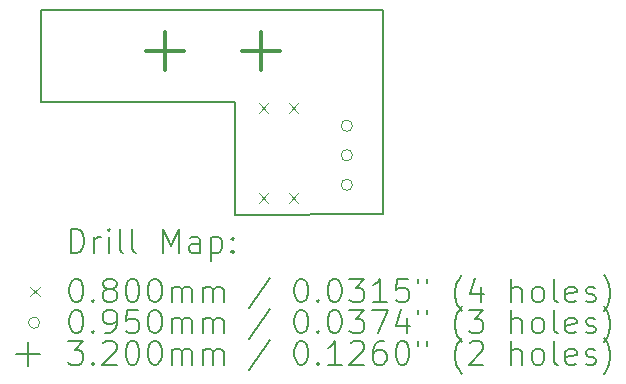
<source format=gbr>
%TF.GenerationSoftware,KiCad,Pcbnew,8.0.2*%
%TF.CreationDate,2024-05-21T16:28:02-04:00*%
%TF.ProjectId,Nichrome,4e696368-726f-46d6-952e-6b696361645f,rev?*%
%TF.SameCoordinates,Original*%
%TF.FileFunction,Drillmap*%
%TF.FilePolarity,Positive*%
%FSLAX45Y45*%
G04 Gerber Fmt 4.5, Leading zero omitted, Abs format (unit mm)*
G04 Created by KiCad (PCBNEW 8.0.2) date 2024-05-21 16:28:02*
%MOMM*%
%LPD*%
G01*
G04 APERTURE LIST*
%ADD10C,0.200000*%
%ADD11C,0.100000*%
%ADD12C,0.320000*%
G04 APERTURE END LIST*
D10*
X17910000Y-10970000D02*
X15010000Y-10970000D01*
X16650000Y-12703400D02*
X17907000Y-12700000D01*
X16650000Y-11750000D02*
X16650000Y-12703400D01*
X17907000Y-12700000D02*
X17910000Y-10970000D01*
X15010000Y-11747000D02*
X15010000Y-10970000D01*
X15010000Y-11747000D02*
X16650000Y-11750000D01*
D11*
X16856000Y-11760000D02*
X16936000Y-11840000D01*
X16936000Y-11760000D02*
X16856000Y-11840000D01*
X16856000Y-12522000D02*
X16936000Y-12602000D01*
X16936000Y-12522000D02*
X16856000Y-12602000D01*
X17110000Y-11760000D02*
X17190000Y-11840000D01*
X17190000Y-11760000D02*
X17110000Y-11840000D01*
X17110000Y-12522000D02*
X17190000Y-12602000D01*
X17190000Y-12522000D02*
X17110000Y-12602000D01*
X17647500Y-11950000D02*
G75*
G02*
X17552500Y-11950000I-47500J0D01*
G01*
X17552500Y-11950000D02*
G75*
G02*
X17647500Y-11950000I47500J0D01*
G01*
X17647500Y-12200000D02*
G75*
G02*
X17552500Y-12200000I-47500J0D01*
G01*
X17552500Y-12200000D02*
G75*
G02*
X17647500Y-12200000I47500J0D01*
G01*
X17647500Y-12450000D02*
G75*
G02*
X17552500Y-12450000I-47500J0D01*
G01*
X17552500Y-12450000D02*
G75*
G02*
X17647500Y-12450000I47500J0D01*
G01*
D12*
X16060000Y-11160000D02*
X16060000Y-11480000D01*
X15900000Y-11320000D02*
X16220000Y-11320000D01*
X16872800Y-11160000D02*
X16872800Y-11480000D01*
X16712800Y-11320000D02*
X17032800Y-11320000D01*
D10*
X15260777Y-13024884D02*
X15260777Y-12824884D01*
X15260777Y-12824884D02*
X15308396Y-12824884D01*
X15308396Y-12824884D02*
X15336967Y-12834408D01*
X15336967Y-12834408D02*
X15356015Y-12853455D01*
X15356015Y-12853455D02*
X15365539Y-12872503D01*
X15365539Y-12872503D02*
X15375062Y-12910598D01*
X15375062Y-12910598D02*
X15375062Y-12939169D01*
X15375062Y-12939169D02*
X15365539Y-12977265D01*
X15365539Y-12977265D02*
X15356015Y-12996312D01*
X15356015Y-12996312D02*
X15336967Y-13015360D01*
X15336967Y-13015360D02*
X15308396Y-13024884D01*
X15308396Y-13024884D02*
X15260777Y-13024884D01*
X15460777Y-13024884D02*
X15460777Y-12891550D01*
X15460777Y-12929646D02*
X15470301Y-12910598D01*
X15470301Y-12910598D02*
X15479824Y-12901074D01*
X15479824Y-12901074D02*
X15498872Y-12891550D01*
X15498872Y-12891550D02*
X15517920Y-12891550D01*
X15584586Y-13024884D02*
X15584586Y-12891550D01*
X15584586Y-12824884D02*
X15575062Y-12834408D01*
X15575062Y-12834408D02*
X15584586Y-12843931D01*
X15584586Y-12843931D02*
X15594110Y-12834408D01*
X15594110Y-12834408D02*
X15584586Y-12824884D01*
X15584586Y-12824884D02*
X15584586Y-12843931D01*
X15708396Y-13024884D02*
X15689348Y-13015360D01*
X15689348Y-13015360D02*
X15679824Y-12996312D01*
X15679824Y-12996312D02*
X15679824Y-12824884D01*
X15813158Y-13024884D02*
X15794110Y-13015360D01*
X15794110Y-13015360D02*
X15784586Y-12996312D01*
X15784586Y-12996312D02*
X15784586Y-12824884D01*
X16041729Y-13024884D02*
X16041729Y-12824884D01*
X16041729Y-12824884D02*
X16108396Y-12967741D01*
X16108396Y-12967741D02*
X16175062Y-12824884D01*
X16175062Y-12824884D02*
X16175062Y-13024884D01*
X16356015Y-13024884D02*
X16356015Y-12920122D01*
X16356015Y-12920122D02*
X16346491Y-12901074D01*
X16346491Y-12901074D02*
X16327443Y-12891550D01*
X16327443Y-12891550D02*
X16289348Y-12891550D01*
X16289348Y-12891550D02*
X16270301Y-12901074D01*
X16356015Y-13015360D02*
X16336967Y-13024884D01*
X16336967Y-13024884D02*
X16289348Y-13024884D01*
X16289348Y-13024884D02*
X16270301Y-13015360D01*
X16270301Y-13015360D02*
X16260777Y-12996312D01*
X16260777Y-12996312D02*
X16260777Y-12977265D01*
X16260777Y-12977265D02*
X16270301Y-12958217D01*
X16270301Y-12958217D02*
X16289348Y-12948693D01*
X16289348Y-12948693D02*
X16336967Y-12948693D01*
X16336967Y-12948693D02*
X16356015Y-12939169D01*
X16451253Y-12891550D02*
X16451253Y-13091550D01*
X16451253Y-12901074D02*
X16470301Y-12891550D01*
X16470301Y-12891550D02*
X16508396Y-12891550D01*
X16508396Y-12891550D02*
X16527443Y-12901074D01*
X16527443Y-12901074D02*
X16536967Y-12910598D01*
X16536967Y-12910598D02*
X16546491Y-12929646D01*
X16546491Y-12929646D02*
X16546491Y-12986788D01*
X16546491Y-12986788D02*
X16536967Y-13005836D01*
X16536967Y-13005836D02*
X16527443Y-13015360D01*
X16527443Y-13015360D02*
X16508396Y-13024884D01*
X16508396Y-13024884D02*
X16470301Y-13024884D01*
X16470301Y-13024884D02*
X16451253Y-13015360D01*
X16632205Y-13005836D02*
X16641729Y-13015360D01*
X16641729Y-13015360D02*
X16632205Y-13024884D01*
X16632205Y-13024884D02*
X16622682Y-13015360D01*
X16622682Y-13015360D02*
X16632205Y-13005836D01*
X16632205Y-13005836D02*
X16632205Y-13024884D01*
X16632205Y-12901074D02*
X16641729Y-12910598D01*
X16641729Y-12910598D02*
X16632205Y-12920122D01*
X16632205Y-12920122D02*
X16622682Y-12910598D01*
X16622682Y-12910598D02*
X16632205Y-12901074D01*
X16632205Y-12901074D02*
X16632205Y-12920122D01*
D11*
X14920000Y-13313400D02*
X15000000Y-13393400D01*
X15000000Y-13313400D02*
X14920000Y-13393400D01*
D10*
X15298872Y-13244884D02*
X15317920Y-13244884D01*
X15317920Y-13244884D02*
X15336967Y-13254408D01*
X15336967Y-13254408D02*
X15346491Y-13263931D01*
X15346491Y-13263931D02*
X15356015Y-13282979D01*
X15356015Y-13282979D02*
X15365539Y-13321074D01*
X15365539Y-13321074D02*
X15365539Y-13368693D01*
X15365539Y-13368693D02*
X15356015Y-13406788D01*
X15356015Y-13406788D02*
X15346491Y-13425836D01*
X15346491Y-13425836D02*
X15336967Y-13435360D01*
X15336967Y-13435360D02*
X15317920Y-13444884D01*
X15317920Y-13444884D02*
X15298872Y-13444884D01*
X15298872Y-13444884D02*
X15279824Y-13435360D01*
X15279824Y-13435360D02*
X15270301Y-13425836D01*
X15270301Y-13425836D02*
X15260777Y-13406788D01*
X15260777Y-13406788D02*
X15251253Y-13368693D01*
X15251253Y-13368693D02*
X15251253Y-13321074D01*
X15251253Y-13321074D02*
X15260777Y-13282979D01*
X15260777Y-13282979D02*
X15270301Y-13263931D01*
X15270301Y-13263931D02*
X15279824Y-13254408D01*
X15279824Y-13254408D02*
X15298872Y-13244884D01*
X15451253Y-13425836D02*
X15460777Y-13435360D01*
X15460777Y-13435360D02*
X15451253Y-13444884D01*
X15451253Y-13444884D02*
X15441729Y-13435360D01*
X15441729Y-13435360D02*
X15451253Y-13425836D01*
X15451253Y-13425836D02*
X15451253Y-13444884D01*
X15575062Y-13330598D02*
X15556015Y-13321074D01*
X15556015Y-13321074D02*
X15546491Y-13311550D01*
X15546491Y-13311550D02*
X15536967Y-13292503D01*
X15536967Y-13292503D02*
X15536967Y-13282979D01*
X15536967Y-13282979D02*
X15546491Y-13263931D01*
X15546491Y-13263931D02*
X15556015Y-13254408D01*
X15556015Y-13254408D02*
X15575062Y-13244884D01*
X15575062Y-13244884D02*
X15613158Y-13244884D01*
X15613158Y-13244884D02*
X15632205Y-13254408D01*
X15632205Y-13254408D02*
X15641729Y-13263931D01*
X15641729Y-13263931D02*
X15651253Y-13282979D01*
X15651253Y-13282979D02*
X15651253Y-13292503D01*
X15651253Y-13292503D02*
X15641729Y-13311550D01*
X15641729Y-13311550D02*
X15632205Y-13321074D01*
X15632205Y-13321074D02*
X15613158Y-13330598D01*
X15613158Y-13330598D02*
X15575062Y-13330598D01*
X15575062Y-13330598D02*
X15556015Y-13340122D01*
X15556015Y-13340122D02*
X15546491Y-13349646D01*
X15546491Y-13349646D02*
X15536967Y-13368693D01*
X15536967Y-13368693D02*
X15536967Y-13406788D01*
X15536967Y-13406788D02*
X15546491Y-13425836D01*
X15546491Y-13425836D02*
X15556015Y-13435360D01*
X15556015Y-13435360D02*
X15575062Y-13444884D01*
X15575062Y-13444884D02*
X15613158Y-13444884D01*
X15613158Y-13444884D02*
X15632205Y-13435360D01*
X15632205Y-13435360D02*
X15641729Y-13425836D01*
X15641729Y-13425836D02*
X15651253Y-13406788D01*
X15651253Y-13406788D02*
X15651253Y-13368693D01*
X15651253Y-13368693D02*
X15641729Y-13349646D01*
X15641729Y-13349646D02*
X15632205Y-13340122D01*
X15632205Y-13340122D02*
X15613158Y-13330598D01*
X15775062Y-13244884D02*
X15794110Y-13244884D01*
X15794110Y-13244884D02*
X15813158Y-13254408D01*
X15813158Y-13254408D02*
X15822682Y-13263931D01*
X15822682Y-13263931D02*
X15832205Y-13282979D01*
X15832205Y-13282979D02*
X15841729Y-13321074D01*
X15841729Y-13321074D02*
X15841729Y-13368693D01*
X15841729Y-13368693D02*
X15832205Y-13406788D01*
X15832205Y-13406788D02*
X15822682Y-13425836D01*
X15822682Y-13425836D02*
X15813158Y-13435360D01*
X15813158Y-13435360D02*
X15794110Y-13444884D01*
X15794110Y-13444884D02*
X15775062Y-13444884D01*
X15775062Y-13444884D02*
X15756015Y-13435360D01*
X15756015Y-13435360D02*
X15746491Y-13425836D01*
X15746491Y-13425836D02*
X15736967Y-13406788D01*
X15736967Y-13406788D02*
X15727443Y-13368693D01*
X15727443Y-13368693D02*
X15727443Y-13321074D01*
X15727443Y-13321074D02*
X15736967Y-13282979D01*
X15736967Y-13282979D02*
X15746491Y-13263931D01*
X15746491Y-13263931D02*
X15756015Y-13254408D01*
X15756015Y-13254408D02*
X15775062Y-13244884D01*
X15965539Y-13244884D02*
X15984586Y-13244884D01*
X15984586Y-13244884D02*
X16003634Y-13254408D01*
X16003634Y-13254408D02*
X16013158Y-13263931D01*
X16013158Y-13263931D02*
X16022682Y-13282979D01*
X16022682Y-13282979D02*
X16032205Y-13321074D01*
X16032205Y-13321074D02*
X16032205Y-13368693D01*
X16032205Y-13368693D02*
X16022682Y-13406788D01*
X16022682Y-13406788D02*
X16013158Y-13425836D01*
X16013158Y-13425836D02*
X16003634Y-13435360D01*
X16003634Y-13435360D02*
X15984586Y-13444884D01*
X15984586Y-13444884D02*
X15965539Y-13444884D01*
X15965539Y-13444884D02*
X15946491Y-13435360D01*
X15946491Y-13435360D02*
X15936967Y-13425836D01*
X15936967Y-13425836D02*
X15927443Y-13406788D01*
X15927443Y-13406788D02*
X15917920Y-13368693D01*
X15917920Y-13368693D02*
X15917920Y-13321074D01*
X15917920Y-13321074D02*
X15927443Y-13282979D01*
X15927443Y-13282979D02*
X15936967Y-13263931D01*
X15936967Y-13263931D02*
X15946491Y-13254408D01*
X15946491Y-13254408D02*
X15965539Y-13244884D01*
X16117920Y-13444884D02*
X16117920Y-13311550D01*
X16117920Y-13330598D02*
X16127443Y-13321074D01*
X16127443Y-13321074D02*
X16146491Y-13311550D01*
X16146491Y-13311550D02*
X16175063Y-13311550D01*
X16175063Y-13311550D02*
X16194110Y-13321074D01*
X16194110Y-13321074D02*
X16203634Y-13340122D01*
X16203634Y-13340122D02*
X16203634Y-13444884D01*
X16203634Y-13340122D02*
X16213158Y-13321074D01*
X16213158Y-13321074D02*
X16232205Y-13311550D01*
X16232205Y-13311550D02*
X16260777Y-13311550D01*
X16260777Y-13311550D02*
X16279824Y-13321074D01*
X16279824Y-13321074D02*
X16289348Y-13340122D01*
X16289348Y-13340122D02*
X16289348Y-13444884D01*
X16384586Y-13444884D02*
X16384586Y-13311550D01*
X16384586Y-13330598D02*
X16394110Y-13321074D01*
X16394110Y-13321074D02*
X16413158Y-13311550D01*
X16413158Y-13311550D02*
X16441729Y-13311550D01*
X16441729Y-13311550D02*
X16460777Y-13321074D01*
X16460777Y-13321074D02*
X16470301Y-13340122D01*
X16470301Y-13340122D02*
X16470301Y-13444884D01*
X16470301Y-13340122D02*
X16479824Y-13321074D01*
X16479824Y-13321074D02*
X16498872Y-13311550D01*
X16498872Y-13311550D02*
X16527443Y-13311550D01*
X16527443Y-13311550D02*
X16546491Y-13321074D01*
X16546491Y-13321074D02*
X16556015Y-13340122D01*
X16556015Y-13340122D02*
X16556015Y-13444884D01*
X16946491Y-13235360D02*
X16775063Y-13492503D01*
X17203634Y-13244884D02*
X17222682Y-13244884D01*
X17222682Y-13244884D02*
X17241729Y-13254408D01*
X17241729Y-13254408D02*
X17251253Y-13263931D01*
X17251253Y-13263931D02*
X17260777Y-13282979D01*
X17260777Y-13282979D02*
X17270301Y-13321074D01*
X17270301Y-13321074D02*
X17270301Y-13368693D01*
X17270301Y-13368693D02*
X17260777Y-13406788D01*
X17260777Y-13406788D02*
X17251253Y-13425836D01*
X17251253Y-13425836D02*
X17241729Y-13435360D01*
X17241729Y-13435360D02*
X17222682Y-13444884D01*
X17222682Y-13444884D02*
X17203634Y-13444884D01*
X17203634Y-13444884D02*
X17184587Y-13435360D01*
X17184587Y-13435360D02*
X17175063Y-13425836D01*
X17175063Y-13425836D02*
X17165539Y-13406788D01*
X17165539Y-13406788D02*
X17156015Y-13368693D01*
X17156015Y-13368693D02*
X17156015Y-13321074D01*
X17156015Y-13321074D02*
X17165539Y-13282979D01*
X17165539Y-13282979D02*
X17175063Y-13263931D01*
X17175063Y-13263931D02*
X17184587Y-13254408D01*
X17184587Y-13254408D02*
X17203634Y-13244884D01*
X17356015Y-13425836D02*
X17365539Y-13435360D01*
X17365539Y-13435360D02*
X17356015Y-13444884D01*
X17356015Y-13444884D02*
X17346491Y-13435360D01*
X17346491Y-13435360D02*
X17356015Y-13425836D01*
X17356015Y-13425836D02*
X17356015Y-13444884D01*
X17489348Y-13244884D02*
X17508396Y-13244884D01*
X17508396Y-13244884D02*
X17527444Y-13254408D01*
X17527444Y-13254408D02*
X17536968Y-13263931D01*
X17536968Y-13263931D02*
X17546491Y-13282979D01*
X17546491Y-13282979D02*
X17556015Y-13321074D01*
X17556015Y-13321074D02*
X17556015Y-13368693D01*
X17556015Y-13368693D02*
X17546491Y-13406788D01*
X17546491Y-13406788D02*
X17536968Y-13425836D01*
X17536968Y-13425836D02*
X17527444Y-13435360D01*
X17527444Y-13435360D02*
X17508396Y-13444884D01*
X17508396Y-13444884D02*
X17489348Y-13444884D01*
X17489348Y-13444884D02*
X17470301Y-13435360D01*
X17470301Y-13435360D02*
X17460777Y-13425836D01*
X17460777Y-13425836D02*
X17451253Y-13406788D01*
X17451253Y-13406788D02*
X17441729Y-13368693D01*
X17441729Y-13368693D02*
X17441729Y-13321074D01*
X17441729Y-13321074D02*
X17451253Y-13282979D01*
X17451253Y-13282979D02*
X17460777Y-13263931D01*
X17460777Y-13263931D02*
X17470301Y-13254408D01*
X17470301Y-13254408D02*
X17489348Y-13244884D01*
X17622682Y-13244884D02*
X17746491Y-13244884D01*
X17746491Y-13244884D02*
X17679825Y-13321074D01*
X17679825Y-13321074D02*
X17708396Y-13321074D01*
X17708396Y-13321074D02*
X17727444Y-13330598D01*
X17727444Y-13330598D02*
X17736968Y-13340122D01*
X17736968Y-13340122D02*
X17746491Y-13359169D01*
X17746491Y-13359169D02*
X17746491Y-13406788D01*
X17746491Y-13406788D02*
X17736968Y-13425836D01*
X17736968Y-13425836D02*
X17727444Y-13435360D01*
X17727444Y-13435360D02*
X17708396Y-13444884D01*
X17708396Y-13444884D02*
X17651253Y-13444884D01*
X17651253Y-13444884D02*
X17632206Y-13435360D01*
X17632206Y-13435360D02*
X17622682Y-13425836D01*
X17936968Y-13444884D02*
X17822682Y-13444884D01*
X17879825Y-13444884D02*
X17879825Y-13244884D01*
X17879825Y-13244884D02*
X17860777Y-13273455D01*
X17860777Y-13273455D02*
X17841729Y-13292503D01*
X17841729Y-13292503D02*
X17822682Y-13302027D01*
X18117920Y-13244884D02*
X18022682Y-13244884D01*
X18022682Y-13244884D02*
X18013158Y-13340122D01*
X18013158Y-13340122D02*
X18022682Y-13330598D01*
X18022682Y-13330598D02*
X18041729Y-13321074D01*
X18041729Y-13321074D02*
X18089349Y-13321074D01*
X18089349Y-13321074D02*
X18108396Y-13330598D01*
X18108396Y-13330598D02*
X18117920Y-13340122D01*
X18117920Y-13340122D02*
X18127444Y-13359169D01*
X18127444Y-13359169D02*
X18127444Y-13406788D01*
X18127444Y-13406788D02*
X18117920Y-13425836D01*
X18117920Y-13425836D02*
X18108396Y-13435360D01*
X18108396Y-13435360D02*
X18089349Y-13444884D01*
X18089349Y-13444884D02*
X18041729Y-13444884D01*
X18041729Y-13444884D02*
X18022682Y-13435360D01*
X18022682Y-13435360D02*
X18013158Y-13425836D01*
X18203634Y-13244884D02*
X18203634Y-13282979D01*
X18279825Y-13244884D02*
X18279825Y-13282979D01*
X18575063Y-13521074D02*
X18565539Y-13511550D01*
X18565539Y-13511550D02*
X18546491Y-13482979D01*
X18546491Y-13482979D02*
X18536968Y-13463931D01*
X18536968Y-13463931D02*
X18527444Y-13435360D01*
X18527444Y-13435360D02*
X18517920Y-13387741D01*
X18517920Y-13387741D02*
X18517920Y-13349646D01*
X18517920Y-13349646D02*
X18527444Y-13302027D01*
X18527444Y-13302027D02*
X18536968Y-13273455D01*
X18536968Y-13273455D02*
X18546491Y-13254408D01*
X18546491Y-13254408D02*
X18565539Y-13225836D01*
X18565539Y-13225836D02*
X18575063Y-13216312D01*
X18736968Y-13311550D02*
X18736968Y-13444884D01*
X18689349Y-13235360D02*
X18641730Y-13378217D01*
X18641730Y-13378217D02*
X18765539Y-13378217D01*
X18994111Y-13444884D02*
X18994111Y-13244884D01*
X19079825Y-13444884D02*
X19079825Y-13340122D01*
X19079825Y-13340122D02*
X19070301Y-13321074D01*
X19070301Y-13321074D02*
X19051253Y-13311550D01*
X19051253Y-13311550D02*
X19022682Y-13311550D01*
X19022682Y-13311550D02*
X19003634Y-13321074D01*
X19003634Y-13321074D02*
X18994111Y-13330598D01*
X19203634Y-13444884D02*
X19184587Y-13435360D01*
X19184587Y-13435360D02*
X19175063Y-13425836D01*
X19175063Y-13425836D02*
X19165539Y-13406788D01*
X19165539Y-13406788D02*
X19165539Y-13349646D01*
X19165539Y-13349646D02*
X19175063Y-13330598D01*
X19175063Y-13330598D02*
X19184587Y-13321074D01*
X19184587Y-13321074D02*
X19203634Y-13311550D01*
X19203634Y-13311550D02*
X19232206Y-13311550D01*
X19232206Y-13311550D02*
X19251253Y-13321074D01*
X19251253Y-13321074D02*
X19260777Y-13330598D01*
X19260777Y-13330598D02*
X19270301Y-13349646D01*
X19270301Y-13349646D02*
X19270301Y-13406788D01*
X19270301Y-13406788D02*
X19260777Y-13425836D01*
X19260777Y-13425836D02*
X19251253Y-13435360D01*
X19251253Y-13435360D02*
X19232206Y-13444884D01*
X19232206Y-13444884D02*
X19203634Y-13444884D01*
X19384587Y-13444884D02*
X19365539Y-13435360D01*
X19365539Y-13435360D02*
X19356015Y-13416312D01*
X19356015Y-13416312D02*
X19356015Y-13244884D01*
X19536968Y-13435360D02*
X19517920Y-13444884D01*
X19517920Y-13444884D02*
X19479825Y-13444884D01*
X19479825Y-13444884D02*
X19460777Y-13435360D01*
X19460777Y-13435360D02*
X19451253Y-13416312D01*
X19451253Y-13416312D02*
X19451253Y-13340122D01*
X19451253Y-13340122D02*
X19460777Y-13321074D01*
X19460777Y-13321074D02*
X19479825Y-13311550D01*
X19479825Y-13311550D02*
X19517920Y-13311550D01*
X19517920Y-13311550D02*
X19536968Y-13321074D01*
X19536968Y-13321074D02*
X19546492Y-13340122D01*
X19546492Y-13340122D02*
X19546492Y-13359169D01*
X19546492Y-13359169D02*
X19451253Y-13378217D01*
X19622682Y-13435360D02*
X19641730Y-13444884D01*
X19641730Y-13444884D02*
X19679825Y-13444884D01*
X19679825Y-13444884D02*
X19698873Y-13435360D01*
X19698873Y-13435360D02*
X19708396Y-13416312D01*
X19708396Y-13416312D02*
X19708396Y-13406788D01*
X19708396Y-13406788D02*
X19698873Y-13387741D01*
X19698873Y-13387741D02*
X19679825Y-13378217D01*
X19679825Y-13378217D02*
X19651253Y-13378217D01*
X19651253Y-13378217D02*
X19632206Y-13368693D01*
X19632206Y-13368693D02*
X19622682Y-13349646D01*
X19622682Y-13349646D02*
X19622682Y-13340122D01*
X19622682Y-13340122D02*
X19632206Y-13321074D01*
X19632206Y-13321074D02*
X19651253Y-13311550D01*
X19651253Y-13311550D02*
X19679825Y-13311550D01*
X19679825Y-13311550D02*
X19698873Y-13321074D01*
X19775063Y-13521074D02*
X19784587Y-13511550D01*
X19784587Y-13511550D02*
X19803634Y-13482979D01*
X19803634Y-13482979D02*
X19813158Y-13463931D01*
X19813158Y-13463931D02*
X19822682Y-13435360D01*
X19822682Y-13435360D02*
X19832206Y-13387741D01*
X19832206Y-13387741D02*
X19832206Y-13349646D01*
X19832206Y-13349646D02*
X19822682Y-13302027D01*
X19822682Y-13302027D02*
X19813158Y-13273455D01*
X19813158Y-13273455D02*
X19803634Y-13254408D01*
X19803634Y-13254408D02*
X19784587Y-13225836D01*
X19784587Y-13225836D02*
X19775063Y-13216312D01*
D11*
X15000000Y-13617400D02*
G75*
G02*
X14905000Y-13617400I-47500J0D01*
G01*
X14905000Y-13617400D02*
G75*
G02*
X15000000Y-13617400I47500J0D01*
G01*
D10*
X15298872Y-13508884D02*
X15317920Y-13508884D01*
X15317920Y-13508884D02*
X15336967Y-13518408D01*
X15336967Y-13518408D02*
X15346491Y-13527931D01*
X15346491Y-13527931D02*
X15356015Y-13546979D01*
X15356015Y-13546979D02*
X15365539Y-13585074D01*
X15365539Y-13585074D02*
X15365539Y-13632693D01*
X15365539Y-13632693D02*
X15356015Y-13670788D01*
X15356015Y-13670788D02*
X15346491Y-13689836D01*
X15346491Y-13689836D02*
X15336967Y-13699360D01*
X15336967Y-13699360D02*
X15317920Y-13708884D01*
X15317920Y-13708884D02*
X15298872Y-13708884D01*
X15298872Y-13708884D02*
X15279824Y-13699360D01*
X15279824Y-13699360D02*
X15270301Y-13689836D01*
X15270301Y-13689836D02*
X15260777Y-13670788D01*
X15260777Y-13670788D02*
X15251253Y-13632693D01*
X15251253Y-13632693D02*
X15251253Y-13585074D01*
X15251253Y-13585074D02*
X15260777Y-13546979D01*
X15260777Y-13546979D02*
X15270301Y-13527931D01*
X15270301Y-13527931D02*
X15279824Y-13518408D01*
X15279824Y-13518408D02*
X15298872Y-13508884D01*
X15451253Y-13689836D02*
X15460777Y-13699360D01*
X15460777Y-13699360D02*
X15451253Y-13708884D01*
X15451253Y-13708884D02*
X15441729Y-13699360D01*
X15441729Y-13699360D02*
X15451253Y-13689836D01*
X15451253Y-13689836D02*
X15451253Y-13708884D01*
X15556015Y-13708884D02*
X15594110Y-13708884D01*
X15594110Y-13708884D02*
X15613158Y-13699360D01*
X15613158Y-13699360D02*
X15622682Y-13689836D01*
X15622682Y-13689836D02*
X15641729Y-13661265D01*
X15641729Y-13661265D02*
X15651253Y-13623169D01*
X15651253Y-13623169D02*
X15651253Y-13546979D01*
X15651253Y-13546979D02*
X15641729Y-13527931D01*
X15641729Y-13527931D02*
X15632205Y-13518408D01*
X15632205Y-13518408D02*
X15613158Y-13508884D01*
X15613158Y-13508884D02*
X15575062Y-13508884D01*
X15575062Y-13508884D02*
X15556015Y-13518408D01*
X15556015Y-13518408D02*
X15546491Y-13527931D01*
X15546491Y-13527931D02*
X15536967Y-13546979D01*
X15536967Y-13546979D02*
X15536967Y-13594598D01*
X15536967Y-13594598D02*
X15546491Y-13613646D01*
X15546491Y-13613646D02*
X15556015Y-13623169D01*
X15556015Y-13623169D02*
X15575062Y-13632693D01*
X15575062Y-13632693D02*
X15613158Y-13632693D01*
X15613158Y-13632693D02*
X15632205Y-13623169D01*
X15632205Y-13623169D02*
X15641729Y-13613646D01*
X15641729Y-13613646D02*
X15651253Y-13594598D01*
X15832205Y-13508884D02*
X15736967Y-13508884D01*
X15736967Y-13508884D02*
X15727443Y-13604122D01*
X15727443Y-13604122D02*
X15736967Y-13594598D01*
X15736967Y-13594598D02*
X15756015Y-13585074D01*
X15756015Y-13585074D02*
X15803634Y-13585074D01*
X15803634Y-13585074D02*
X15822682Y-13594598D01*
X15822682Y-13594598D02*
X15832205Y-13604122D01*
X15832205Y-13604122D02*
X15841729Y-13623169D01*
X15841729Y-13623169D02*
X15841729Y-13670788D01*
X15841729Y-13670788D02*
X15832205Y-13689836D01*
X15832205Y-13689836D02*
X15822682Y-13699360D01*
X15822682Y-13699360D02*
X15803634Y-13708884D01*
X15803634Y-13708884D02*
X15756015Y-13708884D01*
X15756015Y-13708884D02*
X15736967Y-13699360D01*
X15736967Y-13699360D02*
X15727443Y-13689836D01*
X15965539Y-13508884D02*
X15984586Y-13508884D01*
X15984586Y-13508884D02*
X16003634Y-13518408D01*
X16003634Y-13518408D02*
X16013158Y-13527931D01*
X16013158Y-13527931D02*
X16022682Y-13546979D01*
X16022682Y-13546979D02*
X16032205Y-13585074D01*
X16032205Y-13585074D02*
X16032205Y-13632693D01*
X16032205Y-13632693D02*
X16022682Y-13670788D01*
X16022682Y-13670788D02*
X16013158Y-13689836D01*
X16013158Y-13689836D02*
X16003634Y-13699360D01*
X16003634Y-13699360D02*
X15984586Y-13708884D01*
X15984586Y-13708884D02*
X15965539Y-13708884D01*
X15965539Y-13708884D02*
X15946491Y-13699360D01*
X15946491Y-13699360D02*
X15936967Y-13689836D01*
X15936967Y-13689836D02*
X15927443Y-13670788D01*
X15927443Y-13670788D02*
X15917920Y-13632693D01*
X15917920Y-13632693D02*
X15917920Y-13585074D01*
X15917920Y-13585074D02*
X15927443Y-13546979D01*
X15927443Y-13546979D02*
X15936967Y-13527931D01*
X15936967Y-13527931D02*
X15946491Y-13518408D01*
X15946491Y-13518408D02*
X15965539Y-13508884D01*
X16117920Y-13708884D02*
X16117920Y-13575550D01*
X16117920Y-13594598D02*
X16127443Y-13585074D01*
X16127443Y-13585074D02*
X16146491Y-13575550D01*
X16146491Y-13575550D02*
X16175063Y-13575550D01*
X16175063Y-13575550D02*
X16194110Y-13585074D01*
X16194110Y-13585074D02*
X16203634Y-13604122D01*
X16203634Y-13604122D02*
X16203634Y-13708884D01*
X16203634Y-13604122D02*
X16213158Y-13585074D01*
X16213158Y-13585074D02*
X16232205Y-13575550D01*
X16232205Y-13575550D02*
X16260777Y-13575550D01*
X16260777Y-13575550D02*
X16279824Y-13585074D01*
X16279824Y-13585074D02*
X16289348Y-13604122D01*
X16289348Y-13604122D02*
X16289348Y-13708884D01*
X16384586Y-13708884D02*
X16384586Y-13575550D01*
X16384586Y-13594598D02*
X16394110Y-13585074D01*
X16394110Y-13585074D02*
X16413158Y-13575550D01*
X16413158Y-13575550D02*
X16441729Y-13575550D01*
X16441729Y-13575550D02*
X16460777Y-13585074D01*
X16460777Y-13585074D02*
X16470301Y-13604122D01*
X16470301Y-13604122D02*
X16470301Y-13708884D01*
X16470301Y-13604122D02*
X16479824Y-13585074D01*
X16479824Y-13585074D02*
X16498872Y-13575550D01*
X16498872Y-13575550D02*
X16527443Y-13575550D01*
X16527443Y-13575550D02*
X16546491Y-13585074D01*
X16546491Y-13585074D02*
X16556015Y-13604122D01*
X16556015Y-13604122D02*
X16556015Y-13708884D01*
X16946491Y-13499360D02*
X16775063Y-13756503D01*
X17203634Y-13508884D02*
X17222682Y-13508884D01*
X17222682Y-13508884D02*
X17241729Y-13518408D01*
X17241729Y-13518408D02*
X17251253Y-13527931D01*
X17251253Y-13527931D02*
X17260777Y-13546979D01*
X17260777Y-13546979D02*
X17270301Y-13585074D01*
X17270301Y-13585074D02*
X17270301Y-13632693D01*
X17270301Y-13632693D02*
X17260777Y-13670788D01*
X17260777Y-13670788D02*
X17251253Y-13689836D01*
X17251253Y-13689836D02*
X17241729Y-13699360D01*
X17241729Y-13699360D02*
X17222682Y-13708884D01*
X17222682Y-13708884D02*
X17203634Y-13708884D01*
X17203634Y-13708884D02*
X17184587Y-13699360D01*
X17184587Y-13699360D02*
X17175063Y-13689836D01*
X17175063Y-13689836D02*
X17165539Y-13670788D01*
X17165539Y-13670788D02*
X17156015Y-13632693D01*
X17156015Y-13632693D02*
X17156015Y-13585074D01*
X17156015Y-13585074D02*
X17165539Y-13546979D01*
X17165539Y-13546979D02*
X17175063Y-13527931D01*
X17175063Y-13527931D02*
X17184587Y-13518408D01*
X17184587Y-13518408D02*
X17203634Y-13508884D01*
X17356015Y-13689836D02*
X17365539Y-13699360D01*
X17365539Y-13699360D02*
X17356015Y-13708884D01*
X17356015Y-13708884D02*
X17346491Y-13699360D01*
X17346491Y-13699360D02*
X17356015Y-13689836D01*
X17356015Y-13689836D02*
X17356015Y-13708884D01*
X17489348Y-13508884D02*
X17508396Y-13508884D01*
X17508396Y-13508884D02*
X17527444Y-13518408D01*
X17527444Y-13518408D02*
X17536968Y-13527931D01*
X17536968Y-13527931D02*
X17546491Y-13546979D01*
X17546491Y-13546979D02*
X17556015Y-13585074D01*
X17556015Y-13585074D02*
X17556015Y-13632693D01*
X17556015Y-13632693D02*
X17546491Y-13670788D01*
X17546491Y-13670788D02*
X17536968Y-13689836D01*
X17536968Y-13689836D02*
X17527444Y-13699360D01*
X17527444Y-13699360D02*
X17508396Y-13708884D01*
X17508396Y-13708884D02*
X17489348Y-13708884D01*
X17489348Y-13708884D02*
X17470301Y-13699360D01*
X17470301Y-13699360D02*
X17460777Y-13689836D01*
X17460777Y-13689836D02*
X17451253Y-13670788D01*
X17451253Y-13670788D02*
X17441729Y-13632693D01*
X17441729Y-13632693D02*
X17441729Y-13585074D01*
X17441729Y-13585074D02*
X17451253Y-13546979D01*
X17451253Y-13546979D02*
X17460777Y-13527931D01*
X17460777Y-13527931D02*
X17470301Y-13518408D01*
X17470301Y-13518408D02*
X17489348Y-13508884D01*
X17622682Y-13508884D02*
X17746491Y-13508884D01*
X17746491Y-13508884D02*
X17679825Y-13585074D01*
X17679825Y-13585074D02*
X17708396Y-13585074D01*
X17708396Y-13585074D02*
X17727444Y-13594598D01*
X17727444Y-13594598D02*
X17736968Y-13604122D01*
X17736968Y-13604122D02*
X17746491Y-13623169D01*
X17746491Y-13623169D02*
X17746491Y-13670788D01*
X17746491Y-13670788D02*
X17736968Y-13689836D01*
X17736968Y-13689836D02*
X17727444Y-13699360D01*
X17727444Y-13699360D02*
X17708396Y-13708884D01*
X17708396Y-13708884D02*
X17651253Y-13708884D01*
X17651253Y-13708884D02*
X17632206Y-13699360D01*
X17632206Y-13699360D02*
X17622682Y-13689836D01*
X17813158Y-13508884D02*
X17946491Y-13508884D01*
X17946491Y-13508884D02*
X17860777Y-13708884D01*
X18108396Y-13575550D02*
X18108396Y-13708884D01*
X18060777Y-13499360D02*
X18013158Y-13642217D01*
X18013158Y-13642217D02*
X18136968Y-13642217D01*
X18203634Y-13508884D02*
X18203634Y-13546979D01*
X18279825Y-13508884D02*
X18279825Y-13546979D01*
X18575063Y-13785074D02*
X18565539Y-13775550D01*
X18565539Y-13775550D02*
X18546491Y-13746979D01*
X18546491Y-13746979D02*
X18536968Y-13727931D01*
X18536968Y-13727931D02*
X18527444Y-13699360D01*
X18527444Y-13699360D02*
X18517920Y-13651741D01*
X18517920Y-13651741D02*
X18517920Y-13613646D01*
X18517920Y-13613646D02*
X18527444Y-13566027D01*
X18527444Y-13566027D02*
X18536968Y-13537455D01*
X18536968Y-13537455D02*
X18546491Y-13518408D01*
X18546491Y-13518408D02*
X18565539Y-13489836D01*
X18565539Y-13489836D02*
X18575063Y-13480312D01*
X18632206Y-13508884D02*
X18756015Y-13508884D01*
X18756015Y-13508884D02*
X18689349Y-13585074D01*
X18689349Y-13585074D02*
X18717920Y-13585074D01*
X18717920Y-13585074D02*
X18736968Y-13594598D01*
X18736968Y-13594598D02*
X18746491Y-13604122D01*
X18746491Y-13604122D02*
X18756015Y-13623169D01*
X18756015Y-13623169D02*
X18756015Y-13670788D01*
X18756015Y-13670788D02*
X18746491Y-13689836D01*
X18746491Y-13689836D02*
X18736968Y-13699360D01*
X18736968Y-13699360D02*
X18717920Y-13708884D01*
X18717920Y-13708884D02*
X18660777Y-13708884D01*
X18660777Y-13708884D02*
X18641730Y-13699360D01*
X18641730Y-13699360D02*
X18632206Y-13689836D01*
X18994111Y-13708884D02*
X18994111Y-13508884D01*
X19079825Y-13708884D02*
X19079825Y-13604122D01*
X19079825Y-13604122D02*
X19070301Y-13585074D01*
X19070301Y-13585074D02*
X19051253Y-13575550D01*
X19051253Y-13575550D02*
X19022682Y-13575550D01*
X19022682Y-13575550D02*
X19003634Y-13585074D01*
X19003634Y-13585074D02*
X18994111Y-13594598D01*
X19203634Y-13708884D02*
X19184587Y-13699360D01*
X19184587Y-13699360D02*
X19175063Y-13689836D01*
X19175063Y-13689836D02*
X19165539Y-13670788D01*
X19165539Y-13670788D02*
X19165539Y-13613646D01*
X19165539Y-13613646D02*
X19175063Y-13594598D01*
X19175063Y-13594598D02*
X19184587Y-13585074D01*
X19184587Y-13585074D02*
X19203634Y-13575550D01*
X19203634Y-13575550D02*
X19232206Y-13575550D01*
X19232206Y-13575550D02*
X19251253Y-13585074D01*
X19251253Y-13585074D02*
X19260777Y-13594598D01*
X19260777Y-13594598D02*
X19270301Y-13613646D01*
X19270301Y-13613646D02*
X19270301Y-13670788D01*
X19270301Y-13670788D02*
X19260777Y-13689836D01*
X19260777Y-13689836D02*
X19251253Y-13699360D01*
X19251253Y-13699360D02*
X19232206Y-13708884D01*
X19232206Y-13708884D02*
X19203634Y-13708884D01*
X19384587Y-13708884D02*
X19365539Y-13699360D01*
X19365539Y-13699360D02*
X19356015Y-13680312D01*
X19356015Y-13680312D02*
X19356015Y-13508884D01*
X19536968Y-13699360D02*
X19517920Y-13708884D01*
X19517920Y-13708884D02*
X19479825Y-13708884D01*
X19479825Y-13708884D02*
X19460777Y-13699360D01*
X19460777Y-13699360D02*
X19451253Y-13680312D01*
X19451253Y-13680312D02*
X19451253Y-13604122D01*
X19451253Y-13604122D02*
X19460777Y-13585074D01*
X19460777Y-13585074D02*
X19479825Y-13575550D01*
X19479825Y-13575550D02*
X19517920Y-13575550D01*
X19517920Y-13575550D02*
X19536968Y-13585074D01*
X19536968Y-13585074D02*
X19546492Y-13604122D01*
X19546492Y-13604122D02*
X19546492Y-13623169D01*
X19546492Y-13623169D02*
X19451253Y-13642217D01*
X19622682Y-13699360D02*
X19641730Y-13708884D01*
X19641730Y-13708884D02*
X19679825Y-13708884D01*
X19679825Y-13708884D02*
X19698873Y-13699360D01*
X19698873Y-13699360D02*
X19708396Y-13680312D01*
X19708396Y-13680312D02*
X19708396Y-13670788D01*
X19708396Y-13670788D02*
X19698873Y-13651741D01*
X19698873Y-13651741D02*
X19679825Y-13642217D01*
X19679825Y-13642217D02*
X19651253Y-13642217D01*
X19651253Y-13642217D02*
X19632206Y-13632693D01*
X19632206Y-13632693D02*
X19622682Y-13613646D01*
X19622682Y-13613646D02*
X19622682Y-13604122D01*
X19622682Y-13604122D02*
X19632206Y-13585074D01*
X19632206Y-13585074D02*
X19651253Y-13575550D01*
X19651253Y-13575550D02*
X19679825Y-13575550D01*
X19679825Y-13575550D02*
X19698873Y-13585074D01*
X19775063Y-13785074D02*
X19784587Y-13775550D01*
X19784587Y-13775550D02*
X19803634Y-13746979D01*
X19803634Y-13746979D02*
X19813158Y-13727931D01*
X19813158Y-13727931D02*
X19822682Y-13699360D01*
X19822682Y-13699360D02*
X19832206Y-13651741D01*
X19832206Y-13651741D02*
X19832206Y-13613646D01*
X19832206Y-13613646D02*
X19822682Y-13566027D01*
X19822682Y-13566027D02*
X19813158Y-13537455D01*
X19813158Y-13537455D02*
X19803634Y-13518408D01*
X19803634Y-13518408D02*
X19784587Y-13489836D01*
X19784587Y-13489836D02*
X19775063Y-13480312D01*
X14900000Y-13781400D02*
X14900000Y-13981400D01*
X14800000Y-13881400D02*
X15000000Y-13881400D01*
X15241729Y-13772884D02*
X15365539Y-13772884D01*
X15365539Y-13772884D02*
X15298872Y-13849074D01*
X15298872Y-13849074D02*
X15327443Y-13849074D01*
X15327443Y-13849074D02*
X15346491Y-13858598D01*
X15346491Y-13858598D02*
X15356015Y-13868122D01*
X15356015Y-13868122D02*
X15365539Y-13887169D01*
X15365539Y-13887169D02*
X15365539Y-13934788D01*
X15365539Y-13934788D02*
X15356015Y-13953836D01*
X15356015Y-13953836D02*
X15346491Y-13963360D01*
X15346491Y-13963360D02*
X15327443Y-13972884D01*
X15327443Y-13972884D02*
X15270301Y-13972884D01*
X15270301Y-13972884D02*
X15251253Y-13963360D01*
X15251253Y-13963360D02*
X15241729Y-13953836D01*
X15451253Y-13953836D02*
X15460777Y-13963360D01*
X15460777Y-13963360D02*
X15451253Y-13972884D01*
X15451253Y-13972884D02*
X15441729Y-13963360D01*
X15441729Y-13963360D02*
X15451253Y-13953836D01*
X15451253Y-13953836D02*
X15451253Y-13972884D01*
X15536967Y-13791931D02*
X15546491Y-13782408D01*
X15546491Y-13782408D02*
X15565539Y-13772884D01*
X15565539Y-13772884D02*
X15613158Y-13772884D01*
X15613158Y-13772884D02*
X15632205Y-13782408D01*
X15632205Y-13782408D02*
X15641729Y-13791931D01*
X15641729Y-13791931D02*
X15651253Y-13810979D01*
X15651253Y-13810979D02*
X15651253Y-13830027D01*
X15651253Y-13830027D02*
X15641729Y-13858598D01*
X15641729Y-13858598D02*
X15527443Y-13972884D01*
X15527443Y-13972884D02*
X15651253Y-13972884D01*
X15775062Y-13772884D02*
X15794110Y-13772884D01*
X15794110Y-13772884D02*
X15813158Y-13782408D01*
X15813158Y-13782408D02*
X15822682Y-13791931D01*
X15822682Y-13791931D02*
X15832205Y-13810979D01*
X15832205Y-13810979D02*
X15841729Y-13849074D01*
X15841729Y-13849074D02*
X15841729Y-13896693D01*
X15841729Y-13896693D02*
X15832205Y-13934788D01*
X15832205Y-13934788D02*
X15822682Y-13953836D01*
X15822682Y-13953836D02*
X15813158Y-13963360D01*
X15813158Y-13963360D02*
X15794110Y-13972884D01*
X15794110Y-13972884D02*
X15775062Y-13972884D01*
X15775062Y-13972884D02*
X15756015Y-13963360D01*
X15756015Y-13963360D02*
X15746491Y-13953836D01*
X15746491Y-13953836D02*
X15736967Y-13934788D01*
X15736967Y-13934788D02*
X15727443Y-13896693D01*
X15727443Y-13896693D02*
X15727443Y-13849074D01*
X15727443Y-13849074D02*
X15736967Y-13810979D01*
X15736967Y-13810979D02*
X15746491Y-13791931D01*
X15746491Y-13791931D02*
X15756015Y-13782408D01*
X15756015Y-13782408D02*
X15775062Y-13772884D01*
X15965539Y-13772884D02*
X15984586Y-13772884D01*
X15984586Y-13772884D02*
X16003634Y-13782408D01*
X16003634Y-13782408D02*
X16013158Y-13791931D01*
X16013158Y-13791931D02*
X16022682Y-13810979D01*
X16022682Y-13810979D02*
X16032205Y-13849074D01*
X16032205Y-13849074D02*
X16032205Y-13896693D01*
X16032205Y-13896693D02*
X16022682Y-13934788D01*
X16022682Y-13934788D02*
X16013158Y-13953836D01*
X16013158Y-13953836D02*
X16003634Y-13963360D01*
X16003634Y-13963360D02*
X15984586Y-13972884D01*
X15984586Y-13972884D02*
X15965539Y-13972884D01*
X15965539Y-13972884D02*
X15946491Y-13963360D01*
X15946491Y-13963360D02*
X15936967Y-13953836D01*
X15936967Y-13953836D02*
X15927443Y-13934788D01*
X15927443Y-13934788D02*
X15917920Y-13896693D01*
X15917920Y-13896693D02*
X15917920Y-13849074D01*
X15917920Y-13849074D02*
X15927443Y-13810979D01*
X15927443Y-13810979D02*
X15936967Y-13791931D01*
X15936967Y-13791931D02*
X15946491Y-13782408D01*
X15946491Y-13782408D02*
X15965539Y-13772884D01*
X16117920Y-13972884D02*
X16117920Y-13839550D01*
X16117920Y-13858598D02*
X16127443Y-13849074D01*
X16127443Y-13849074D02*
X16146491Y-13839550D01*
X16146491Y-13839550D02*
X16175063Y-13839550D01*
X16175063Y-13839550D02*
X16194110Y-13849074D01*
X16194110Y-13849074D02*
X16203634Y-13868122D01*
X16203634Y-13868122D02*
X16203634Y-13972884D01*
X16203634Y-13868122D02*
X16213158Y-13849074D01*
X16213158Y-13849074D02*
X16232205Y-13839550D01*
X16232205Y-13839550D02*
X16260777Y-13839550D01*
X16260777Y-13839550D02*
X16279824Y-13849074D01*
X16279824Y-13849074D02*
X16289348Y-13868122D01*
X16289348Y-13868122D02*
X16289348Y-13972884D01*
X16384586Y-13972884D02*
X16384586Y-13839550D01*
X16384586Y-13858598D02*
X16394110Y-13849074D01*
X16394110Y-13849074D02*
X16413158Y-13839550D01*
X16413158Y-13839550D02*
X16441729Y-13839550D01*
X16441729Y-13839550D02*
X16460777Y-13849074D01*
X16460777Y-13849074D02*
X16470301Y-13868122D01*
X16470301Y-13868122D02*
X16470301Y-13972884D01*
X16470301Y-13868122D02*
X16479824Y-13849074D01*
X16479824Y-13849074D02*
X16498872Y-13839550D01*
X16498872Y-13839550D02*
X16527443Y-13839550D01*
X16527443Y-13839550D02*
X16546491Y-13849074D01*
X16546491Y-13849074D02*
X16556015Y-13868122D01*
X16556015Y-13868122D02*
X16556015Y-13972884D01*
X16946491Y-13763360D02*
X16775063Y-14020503D01*
X17203634Y-13772884D02*
X17222682Y-13772884D01*
X17222682Y-13772884D02*
X17241729Y-13782408D01*
X17241729Y-13782408D02*
X17251253Y-13791931D01*
X17251253Y-13791931D02*
X17260777Y-13810979D01*
X17260777Y-13810979D02*
X17270301Y-13849074D01*
X17270301Y-13849074D02*
X17270301Y-13896693D01*
X17270301Y-13896693D02*
X17260777Y-13934788D01*
X17260777Y-13934788D02*
X17251253Y-13953836D01*
X17251253Y-13953836D02*
X17241729Y-13963360D01*
X17241729Y-13963360D02*
X17222682Y-13972884D01*
X17222682Y-13972884D02*
X17203634Y-13972884D01*
X17203634Y-13972884D02*
X17184587Y-13963360D01*
X17184587Y-13963360D02*
X17175063Y-13953836D01*
X17175063Y-13953836D02*
X17165539Y-13934788D01*
X17165539Y-13934788D02*
X17156015Y-13896693D01*
X17156015Y-13896693D02*
X17156015Y-13849074D01*
X17156015Y-13849074D02*
X17165539Y-13810979D01*
X17165539Y-13810979D02*
X17175063Y-13791931D01*
X17175063Y-13791931D02*
X17184587Y-13782408D01*
X17184587Y-13782408D02*
X17203634Y-13772884D01*
X17356015Y-13953836D02*
X17365539Y-13963360D01*
X17365539Y-13963360D02*
X17356015Y-13972884D01*
X17356015Y-13972884D02*
X17346491Y-13963360D01*
X17346491Y-13963360D02*
X17356015Y-13953836D01*
X17356015Y-13953836D02*
X17356015Y-13972884D01*
X17556015Y-13972884D02*
X17441729Y-13972884D01*
X17498872Y-13972884D02*
X17498872Y-13772884D01*
X17498872Y-13772884D02*
X17479825Y-13801455D01*
X17479825Y-13801455D02*
X17460777Y-13820503D01*
X17460777Y-13820503D02*
X17441729Y-13830027D01*
X17632206Y-13791931D02*
X17641729Y-13782408D01*
X17641729Y-13782408D02*
X17660777Y-13772884D01*
X17660777Y-13772884D02*
X17708396Y-13772884D01*
X17708396Y-13772884D02*
X17727444Y-13782408D01*
X17727444Y-13782408D02*
X17736968Y-13791931D01*
X17736968Y-13791931D02*
X17746491Y-13810979D01*
X17746491Y-13810979D02*
X17746491Y-13830027D01*
X17746491Y-13830027D02*
X17736968Y-13858598D01*
X17736968Y-13858598D02*
X17622682Y-13972884D01*
X17622682Y-13972884D02*
X17746491Y-13972884D01*
X17917920Y-13772884D02*
X17879825Y-13772884D01*
X17879825Y-13772884D02*
X17860777Y-13782408D01*
X17860777Y-13782408D02*
X17851253Y-13791931D01*
X17851253Y-13791931D02*
X17832206Y-13820503D01*
X17832206Y-13820503D02*
X17822682Y-13858598D01*
X17822682Y-13858598D02*
X17822682Y-13934788D01*
X17822682Y-13934788D02*
X17832206Y-13953836D01*
X17832206Y-13953836D02*
X17841729Y-13963360D01*
X17841729Y-13963360D02*
X17860777Y-13972884D01*
X17860777Y-13972884D02*
X17898872Y-13972884D01*
X17898872Y-13972884D02*
X17917920Y-13963360D01*
X17917920Y-13963360D02*
X17927444Y-13953836D01*
X17927444Y-13953836D02*
X17936968Y-13934788D01*
X17936968Y-13934788D02*
X17936968Y-13887169D01*
X17936968Y-13887169D02*
X17927444Y-13868122D01*
X17927444Y-13868122D02*
X17917920Y-13858598D01*
X17917920Y-13858598D02*
X17898872Y-13849074D01*
X17898872Y-13849074D02*
X17860777Y-13849074D01*
X17860777Y-13849074D02*
X17841729Y-13858598D01*
X17841729Y-13858598D02*
X17832206Y-13868122D01*
X17832206Y-13868122D02*
X17822682Y-13887169D01*
X18060777Y-13772884D02*
X18079825Y-13772884D01*
X18079825Y-13772884D02*
X18098872Y-13782408D01*
X18098872Y-13782408D02*
X18108396Y-13791931D01*
X18108396Y-13791931D02*
X18117920Y-13810979D01*
X18117920Y-13810979D02*
X18127444Y-13849074D01*
X18127444Y-13849074D02*
X18127444Y-13896693D01*
X18127444Y-13896693D02*
X18117920Y-13934788D01*
X18117920Y-13934788D02*
X18108396Y-13953836D01*
X18108396Y-13953836D02*
X18098872Y-13963360D01*
X18098872Y-13963360D02*
X18079825Y-13972884D01*
X18079825Y-13972884D02*
X18060777Y-13972884D01*
X18060777Y-13972884D02*
X18041729Y-13963360D01*
X18041729Y-13963360D02*
X18032206Y-13953836D01*
X18032206Y-13953836D02*
X18022682Y-13934788D01*
X18022682Y-13934788D02*
X18013158Y-13896693D01*
X18013158Y-13896693D02*
X18013158Y-13849074D01*
X18013158Y-13849074D02*
X18022682Y-13810979D01*
X18022682Y-13810979D02*
X18032206Y-13791931D01*
X18032206Y-13791931D02*
X18041729Y-13782408D01*
X18041729Y-13782408D02*
X18060777Y-13772884D01*
X18203634Y-13772884D02*
X18203634Y-13810979D01*
X18279825Y-13772884D02*
X18279825Y-13810979D01*
X18575063Y-14049074D02*
X18565539Y-14039550D01*
X18565539Y-14039550D02*
X18546491Y-14010979D01*
X18546491Y-14010979D02*
X18536968Y-13991931D01*
X18536968Y-13991931D02*
X18527444Y-13963360D01*
X18527444Y-13963360D02*
X18517920Y-13915741D01*
X18517920Y-13915741D02*
X18517920Y-13877646D01*
X18517920Y-13877646D02*
X18527444Y-13830027D01*
X18527444Y-13830027D02*
X18536968Y-13801455D01*
X18536968Y-13801455D02*
X18546491Y-13782408D01*
X18546491Y-13782408D02*
X18565539Y-13753836D01*
X18565539Y-13753836D02*
X18575063Y-13744312D01*
X18641730Y-13791931D02*
X18651253Y-13782408D01*
X18651253Y-13782408D02*
X18670301Y-13772884D01*
X18670301Y-13772884D02*
X18717920Y-13772884D01*
X18717920Y-13772884D02*
X18736968Y-13782408D01*
X18736968Y-13782408D02*
X18746491Y-13791931D01*
X18746491Y-13791931D02*
X18756015Y-13810979D01*
X18756015Y-13810979D02*
X18756015Y-13830027D01*
X18756015Y-13830027D02*
X18746491Y-13858598D01*
X18746491Y-13858598D02*
X18632206Y-13972884D01*
X18632206Y-13972884D02*
X18756015Y-13972884D01*
X18994111Y-13972884D02*
X18994111Y-13772884D01*
X19079825Y-13972884D02*
X19079825Y-13868122D01*
X19079825Y-13868122D02*
X19070301Y-13849074D01*
X19070301Y-13849074D02*
X19051253Y-13839550D01*
X19051253Y-13839550D02*
X19022682Y-13839550D01*
X19022682Y-13839550D02*
X19003634Y-13849074D01*
X19003634Y-13849074D02*
X18994111Y-13858598D01*
X19203634Y-13972884D02*
X19184587Y-13963360D01*
X19184587Y-13963360D02*
X19175063Y-13953836D01*
X19175063Y-13953836D02*
X19165539Y-13934788D01*
X19165539Y-13934788D02*
X19165539Y-13877646D01*
X19165539Y-13877646D02*
X19175063Y-13858598D01*
X19175063Y-13858598D02*
X19184587Y-13849074D01*
X19184587Y-13849074D02*
X19203634Y-13839550D01*
X19203634Y-13839550D02*
X19232206Y-13839550D01*
X19232206Y-13839550D02*
X19251253Y-13849074D01*
X19251253Y-13849074D02*
X19260777Y-13858598D01*
X19260777Y-13858598D02*
X19270301Y-13877646D01*
X19270301Y-13877646D02*
X19270301Y-13934788D01*
X19270301Y-13934788D02*
X19260777Y-13953836D01*
X19260777Y-13953836D02*
X19251253Y-13963360D01*
X19251253Y-13963360D02*
X19232206Y-13972884D01*
X19232206Y-13972884D02*
X19203634Y-13972884D01*
X19384587Y-13972884D02*
X19365539Y-13963360D01*
X19365539Y-13963360D02*
X19356015Y-13944312D01*
X19356015Y-13944312D02*
X19356015Y-13772884D01*
X19536968Y-13963360D02*
X19517920Y-13972884D01*
X19517920Y-13972884D02*
X19479825Y-13972884D01*
X19479825Y-13972884D02*
X19460777Y-13963360D01*
X19460777Y-13963360D02*
X19451253Y-13944312D01*
X19451253Y-13944312D02*
X19451253Y-13868122D01*
X19451253Y-13868122D02*
X19460777Y-13849074D01*
X19460777Y-13849074D02*
X19479825Y-13839550D01*
X19479825Y-13839550D02*
X19517920Y-13839550D01*
X19517920Y-13839550D02*
X19536968Y-13849074D01*
X19536968Y-13849074D02*
X19546492Y-13868122D01*
X19546492Y-13868122D02*
X19546492Y-13887169D01*
X19546492Y-13887169D02*
X19451253Y-13906217D01*
X19622682Y-13963360D02*
X19641730Y-13972884D01*
X19641730Y-13972884D02*
X19679825Y-13972884D01*
X19679825Y-13972884D02*
X19698873Y-13963360D01*
X19698873Y-13963360D02*
X19708396Y-13944312D01*
X19708396Y-13944312D02*
X19708396Y-13934788D01*
X19708396Y-13934788D02*
X19698873Y-13915741D01*
X19698873Y-13915741D02*
X19679825Y-13906217D01*
X19679825Y-13906217D02*
X19651253Y-13906217D01*
X19651253Y-13906217D02*
X19632206Y-13896693D01*
X19632206Y-13896693D02*
X19622682Y-13877646D01*
X19622682Y-13877646D02*
X19622682Y-13868122D01*
X19622682Y-13868122D02*
X19632206Y-13849074D01*
X19632206Y-13849074D02*
X19651253Y-13839550D01*
X19651253Y-13839550D02*
X19679825Y-13839550D01*
X19679825Y-13839550D02*
X19698873Y-13849074D01*
X19775063Y-14049074D02*
X19784587Y-14039550D01*
X19784587Y-14039550D02*
X19803634Y-14010979D01*
X19803634Y-14010979D02*
X19813158Y-13991931D01*
X19813158Y-13991931D02*
X19822682Y-13963360D01*
X19822682Y-13963360D02*
X19832206Y-13915741D01*
X19832206Y-13915741D02*
X19832206Y-13877646D01*
X19832206Y-13877646D02*
X19822682Y-13830027D01*
X19822682Y-13830027D02*
X19813158Y-13801455D01*
X19813158Y-13801455D02*
X19803634Y-13782408D01*
X19803634Y-13782408D02*
X19784587Y-13753836D01*
X19784587Y-13753836D02*
X19775063Y-13744312D01*
M02*

</source>
